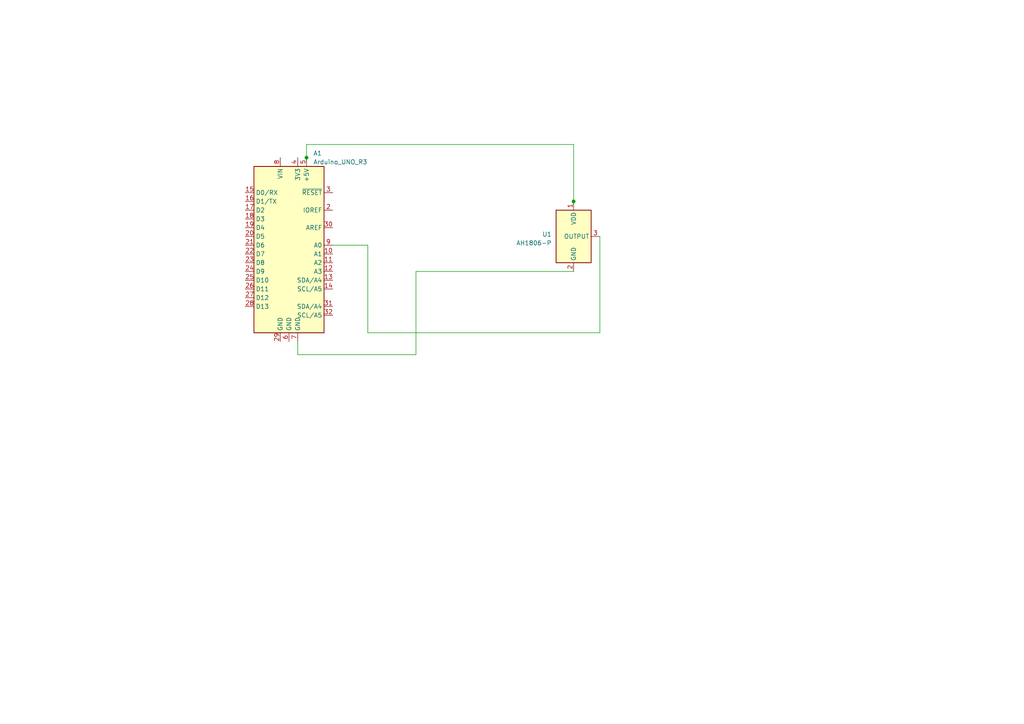
<source format=kicad_sch>
(kicad_sch (version 20230121) (generator eeschema)
  (paper "A4")
  (lib_symbols
    (symbol "MCU_Module:Arduino_UNO_R3"
      (property "Reference" "A" (at -10.16 23.495 0))
      (property "Value" "Arduino_UNO_R3" (at 5.08 -26.67 0))
      (symbol "Arduino_UNO_R3_0_1"
        (rectangle (start -10.16 22.86) (end 10.16 -25.4) (stroke (width 0.254)) (fill (type background)))
      )
      (symbol "Arduino_UNO_R3_1_1"
        (pin no_connect line (at -10.16 -20.32 0) (length 2.54) hide (name "NC") (number "1"))
        (pin bidirectional line (at 12.7 -2.54 180) (length 2.54) (name "A1") (number "10"))
        (pin bidirectional line (at 12.7 -5.08 180) (length 2.54) (name "A2") (number "11"))
        (pin bidirectional line (at 12.7 -7.62 180) (length 2.54) (name "A3") (number "12"))
        (pin bidirectional line (at 12.7 -10.16 180) (length 2.54) (name "SDA/A4") (number "13"))
        (pin bidirectional line (at 12.7 -12.7 180) (length 2.54) (name "SCL/A5") (number "14"))
        (pin bidirectional line (at -12.7 15.24 0) (length 2.54) (name "D0/RX") (number "15"))
        (pin bidirectional line (at -12.7 12.7 0) (length 2.54) (name "D1/TX") (number "16"))
        (pin bidirectional line (at -12.7 10.16 0) (length 2.54) (name "D2") (number "17"))
        (pin bidirectional line (at -12.7 7.62 0) (length 2.54) (name "D3") (number "18"))
        (pin bidirectional line (at -12.7 5.08 0) (length 2.54) (name "D4") (number "19"))
        (pin output line (at 12.7 10.16 180) (length 2.54) (name "IOREF") (number "2"))
        (pin bidirectional line (at -12.7 2.54 0) (length 2.54) (name "D5") (number "20"))
        (pin bidirectional line (at -12.7 0 0) (length 2.54) (name "D6") (number "21"))
        (pin bidirectional line (at -12.7 -2.54 0) (length 2.54) (name "D7") (number "22"))
        (pin bidirectional line (at -12.7 -5.08 0) (length 2.54) (name "D8") (number "23"))
        (pin bidirectional line (at -12.7 -7.62 0) (length 2.54) (name "D9") (number "24"))
        (pin bidirectional line (at -12.7 -10.16 0) (length 2.54) (name "D10") (number "25"))
        (pin bidirectional line (at -12.7 -12.7 0) (length 2.54) (name "D11") (number "26"))
        (pin bidirectional line (at -12.7 -15.24 0) (length 2.54) (name "D12") (number "27"))
        (pin bidirectional line (at -12.7 -17.78 0) (length 2.54) (name "D13") (number "28"))
        (pin power_in line (at -2.54 -27.94 90) (length 2.54) (name "GND") (number "29"))
        (pin input line (at 12.7 15.24 180) (length 2.54) (name "~{RESET}") (number "3"))
        (pin input line (at 12.7 5.08 180) (length 2.54) (name "AREF") (number "30"))
        (pin bidirectional line (at 12.7 -17.78 180) (length 2.54) (name "SDA/A4") (number "31"))
        (pin bidirectional line (at 12.7 -20.32 180) (length 2.54) (name "SCL/A5") (number "32"))
        (pin power_out line (at 2.54 25.4 270) (length 2.54) (name "3V3") (number "4"))
        (pin power_out line (at 5.08 25.4 270) (length 2.54) (name "+5V") (number "5"))
        (pin power_in line (at 0 -27.94 90) (length 2.54) (name "GND") (number "6"))
        (pin power_in line (at 2.54 -27.94 90) (length 2.54) (name "GND") (number "7"))
        (pin power_in line (at -2.54 25.4 270) (length 2.54) (name "VIN") (number "8"))
        (pin bidirectional line (at 12.7 0 180) (length 2.54) (name "A0") (number "9"))
      )
    )
    (symbol "Sensor_Magnetic:AH1806-P"
      (property "Reference" "U" (at -5.08 8.89 0))
      (property "Value" "AH1806-P" (at 7.62 8.89 0))
      (symbol "AH1806-P_0_1"
        (rectangle (start 5.08 7.62) (end -5.08 -7.62) (stroke (width 0.254)) (fill (type background)))
      )
      (symbol "AH1806-P_1_1"
        (pin power_in line (at 0 10.16 270) (length 2.54) (name "VDD") (number "1"))
        (pin power_in line (at 0 -10.16 90) (length 2.54) (name "GND") (number "2"))
        (pin open_collector line (at 7.62 0 180) (length 2.54) (name "OUTPUT") (number "3"))
      )
    )
  )
  (junction (at 166.37 58.42))
  (junction (at 88.9 45.72))
  (wire (pts (xy 166.37 59.69) (xy 166.37 58.42)))
  (wire (pts (xy 106.68 71.12) (xy 96.52 71.12)))
  (wire (pts (xy 166.37 78.74) (xy 120.65 78.74)))
  (wire (pts (xy 166.37 41.91) (xy 88.9 41.91)))
  (wire (pts (xy 106.68 96.52) (xy 106.68 71.12)))
  (wire (pts (xy 173.99 68.58) (xy 173.99 96.52)))
  (wire (pts (xy 88.9 45.72) (xy 88.9 46.99)))
  (wire (pts (xy 120.65 102.87) (xy 86.36 102.87)))
  (wire (pts (xy 86.36 102.87) (xy 86.36 99.06)))
  (wire (pts (xy 120.65 78.74) (xy 120.65 102.87)))
  (wire (pts (xy 88.9 41.91) (xy 88.9 45.72)))
  (wire (pts (xy 173.99 96.52) (xy 106.68 96.52)))
  (wire (pts (xy 166.37 58.42) (xy 166.37 41.91)))
  (symbol (lib_id "Sensor_Magnetic:AH1806-P") (at 166.37 68.58 0) (unit 1)
    (property "Reference" "U1" (at 160.02 67.945 0) (effects (justify right)))
    (property "Value" "AH1806-P" (at 160.02 70.485 0) (effects (justify right)))
    (property "Datasheet" "https://www.diodes.com/assets/Datasheets/AH1806.pdf" (effects hide))
  )
  (symbol (lib_id "MCU_Module:Arduino_UNO_R3") (at 83.82 71.12 0) (unit 1)
    (property "Reference" "A1" (at 90.8559 44.45 0) (effects (justify left)))
    (property "Value" "Arduino_UNO_R3" (at 90.8559 46.99 0) (effects (justify left)))
    (property "Footprint" "Module:Arduino_UNO_R3" (effects hide))
    (property "Datasheet" "https://www.arduino.cc/en/Main/arduinoBoardUno" (effects hide))
  )
)
</source>
